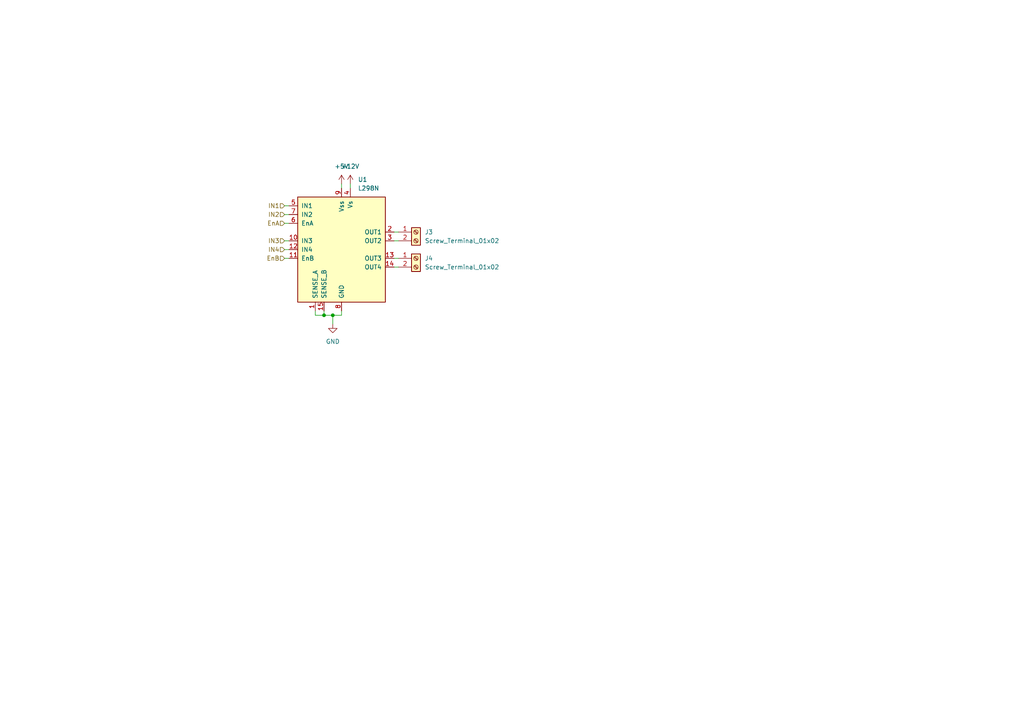
<source format=kicad_sch>
(kicad_sch (version 20230121) (generator eeschema)
  (paper "A4")
  (lib_symbols
    (symbol "Connector:Screw_Terminal_01x02" (pin_names (offset 1.016) hide)
      (property "Reference" "J" (at 0 2.54 0))
      (property "Value" "Screw_Terminal_01x02" (at 0 -5.08 0))
      (symbol "Screw_Terminal_01x02_1_1"
        (rectangle (start -1.27 1.27) (end 1.27 -3.81) (stroke (width 0.254)) (fill (type background)))
        (circle (center 0 -2.54) (radius 0.635) (stroke (width 0.1524)))
        (polyline (pts (xy -0.5334 -2.2098) (xy 0.3302 -3.048)) (stroke (width 0.1524)))
        (polyline (pts (xy -0.5334 0.3302) (xy 0.3302 -0.508)) (stroke (width 0.1524)))
        (polyline (pts (xy -0.3556 -2.032) (xy 0.508 -2.8702)) (stroke (width 0.1524)))
        (polyline (pts (xy -0.3556 0.508) (xy 0.508 -0.3302)) (stroke (width 0.1524)))
        (circle (center 0 0) (radius 0.635) (stroke (width 0.1524)))
        (pin passive line (at -5.08 0 0) (length 3.81) (name "Pin_1") (number "1"))
        (pin passive line (at -5.08 -2.54 0) (length 3.81) (name "Pin_2") (number "2"))
      )
    )
    (symbol "Driver_Motor:L298N" (pin_names (offset 1.016))
      (property "Reference" "U" (at -10.16 16.51 0))
      (property "Value" "L298N" (at 12.7 16.51 0))
      (symbol "L298N_0_1"
        (rectangle (start -12.7 15.24) (end 12.7 -15.24) (stroke (width 0.254)) (fill (type background)))
      )
      (symbol "L298N_1_1"
        (pin power_in line (at -7.62 -17.78 90) (length 2.54) (name "SENSE_A") (number "1"))
        (pin input line (at -15.24 2.54 0) (length 2.54) (name "IN3") (number "10"))
        (pin input line (at -15.24 -2.54 0) (length 2.54) (name "EnB") (number "11"))
        (pin input line (at -15.24 0 0) (length 2.54) (name "IN4") (number "12"))
        (pin output line (at 15.24 -2.54 180) (length 2.54) (name "OUT3") (number "13"))
        (pin output line (at 15.24 -5.08 180) (length 2.54) (name "OUT4") (number "14"))
        (pin power_in line (at -5.08 -17.78 90) (length 2.54) (name "SENSE_B") (number "15"))
        (pin output line (at 15.24 5.08 180) (length 2.54) (name "OUT1") (number "2"))
        (pin output line (at 15.24 2.54 180) (length 2.54) (name "OUT2") (number "3"))
        (pin power_in line (at 2.54 17.78 270) (length 2.54) (name "Vs") (number "4"))
        (pin input line (at -15.24 12.7 0) (length 2.54) (name "IN1") (number "5"))
        (pin input line (at -15.24 7.62 0) (length 2.54) (name "EnA") (number "6"))
        (pin input line (at -15.24 10.16 0) (length 2.54) (name "IN2") (number "7"))
        (pin power_in line (at 0 -17.78 90) (length 2.54) (name "GND") (number "8"))
        (pin power_in line (at 0 17.78 270) (length 2.54) (name "Vss") (number "9"))
      )
    )
    (symbol "power:+12V" (power) (pin_names (offset 0))
      (property "Value" "+12V" (at 0 3.556 0))
      (symbol "+12V_0_1"
        (polyline (pts (xy -0.762 1.27) (xy 0 2.54)))
        (polyline (pts (xy 0 0) (xy 0 2.54)))
        (polyline (pts (xy 0 2.54) (xy 0.762 1.27)))
      )
      (symbol "+12V_1_1"
        (pin power_in line (at 0 0 90) (length 0) hide (name "+12V") (number "1"))
      )
    )
    (symbol "power:+5V" (power) (pin_names (offset 0))
      (property "Value" "+5V" (at 0 3.556 0))
      (symbol "+5V_0_1"
        (polyline (pts (xy -0.762 1.27) (xy 0 2.54)))
        (polyline (pts (xy 0 0) (xy 0 2.54)))
        (polyline (pts (xy 0 2.54) (xy 0.762 1.27)))
      )
      (symbol "+5V_1_1"
        (pin power_in line (at 0 0 90) (length 0) hide (name "+5V") (number "1"))
      )
    )
    (symbol "power:GND" (power) (pin_names (offset 0))
      (property "Value" "GND" (at 0 -3.81 0))
      (symbol "GND_0_1"
        (polyline (pts (xy 0 0) (xy 0 -1.27) (xy 1.27 -1.27) (xy 0 -2.54) (xy -1.27 -1.27) (xy 0 -1.27)))
      )
      (symbol "GND_1_1"
        (pin power_in line (at 0 0 270) (length 0) hide (name "GND") (number "1"))
      )
    )
  )
  (junction (at 93.98 91.44))
  (junction (at 96.52 91.44))
  (wire (pts (xy 93.98 91.44) (xy 96.52 91.44)))
  (wire (pts (xy 99.06 90.17) (xy 99.06 91.44)))
  (wire (pts (xy 114.3 74.93) (xy 115.57 74.93)))
  (wire (pts (xy 114.3 67.31) (xy 115.57 67.31)))
  (wire (pts (xy 82.55 64.77) (xy 83.82 64.77)))
  (wire (pts (xy 93.98 90.17) (xy 93.98 91.44)))
  (wire (pts (xy 114.3 69.85) (xy 115.57 69.85)))
  (wire (pts (xy 101.6 53.34) (xy 101.6 54.61)))
  (wire (pts (xy 82.55 62.23) (xy 83.82 62.23)))
  (wire (pts (xy 82.55 69.85) (xy 83.82 69.85)))
  (wire (pts (xy 96.52 91.44) (xy 96.52 93.98)))
  (wire (pts (xy 82.55 74.93) (xy 83.82 74.93)))
  (wire (pts (xy 82.55 59.69) (xy 83.82 59.69)))
  (wire (pts (xy 91.44 90.17) (xy 91.44 91.44)))
  (wire (pts (xy 82.55 72.39) (xy 83.82 72.39)))
  (wire (pts (xy 91.44 91.44) (xy 93.98 91.44)))
  (wire (pts (xy 99.06 53.34) (xy 99.06 54.61)))
  (wire (pts (xy 114.3 77.47) (xy 115.57 77.47)))
  (wire (pts (xy 96.52 91.44) (xy 99.06 91.44)))
  (hierarchical_label "EnA" (shape input) (at 82.55 64.77 180))
  (hierarchical_label "IN4" (shape input) (at 82.55 72.39 180))
  (hierarchical_label "IN2" (shape input) (at 82.55 62.23 180))
  (hierarchical_label "IN3" (shape input) (at 82.55 69.85 180))
  (hierarchical_label "IN1" (shape input) (at 82.55 59.69 180))
  (hierarchical_label "EnB" (shape input) (at 82.55 74.93 180))
  (symbol (lib_id "Connector:Screw_Terminal_01x02") (at 120.65 74.93 0) (unit 1)
    (property "Reference" "J4" (at 123.19 74.93 0) (effects (justify left)))
    (property "Value" "Screw_Terminal_01x02" (at 123.19 77.47 0) (effects (justify left)))
    (instances (project "ClawMachine" (path "" (reference "J4") (unit 1)) (path "" (reference "J35") (unit 1))))
  )
  (symbol (lib_id "Connector:Screw_Terminal_01x02") (at 120.65 67.31 0) (unit 1)
    (property "Reference" "J3" (at 123.19 67.31 0) (effects (justify left)))
    (property "Value" "Screw_Terminal_01x02" (at 123.19 69.85 0) (effects (justify left)))
    (instances (project "ClawMachine" (path "" (reference "J3") (unit 1)) (path "" (reference "J34") (unit 1))))
  )
  (symbol (lib_id "power:+12V") (at 101.6 53.34 0) (unit 1)
    (property "Reference" "#PWR06" (effects hide))
    (property "Value" "+12V" (at 101.6 48.26 0))
  )
  (symbol (lib_id "Driver_Motor:L298N") (at 99.06 72.39 0) (unit 1)
    (property "Reference" "U1" (at 103.7941 52.07 0) (effects (justify left)))
    (property "Value" "L298N" (at 103.7941 54.61 0) (effects (justify left)))
    (property "Footprint" "Package_TO_SOT_THT:TO-220-15_P2.54x2.54mm_StaggerOdd_Lead4.58mm_Vertical" (effects hide))
    (property "Datasheet" "http://www.st.com/st-web-ui/static/active/en/resource/technical/document/datasheet/CD00000240.pdf" (effects hide))
    (instances (project "ClawMachine" (path "" (reference "U1") (unit 1)) (path "" (reference "U3") (unit 1))))
  )
  (symbol (lib_id "power:+5V") (at 99.06 53.34 0) (unit 1)
    (property "Reference" "#PWR05" (effects hide))
    (property "Value" "+5V" (at 99.06 48.26 0))
  )
  (symbol (lib_id "power:GND") (at 96.52 93.98 0) (unit 1)
    (property "Reference" "#PWR04" (effects hide))
    (property "Value" "GND" (at 96.52 99.06 0))
  )
)
</source>
